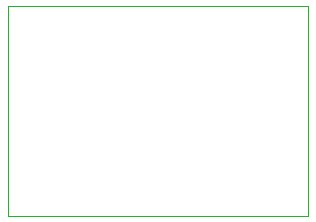
<source format=gko>
G04 #@! TF.FileFunction,Profile,NP*
%FSLAX46Y46*%
G04 Gerber Fmt 4.6, Leading zero omitted, Abs format (unit mm)*
G04 Created by KiCad (PCBNEW (2014-11-17 BZR 5289)-product) date Sun 18 Jan 2015 06:57:41 AM EST*
%MOMM*%
G01*
G04 APERTURE LIST*
%ADD10C,0.100000*%
G04 APERTURE END LIST*
D10*
X161290000Y-115570000D02*
X161290000Y-97790000D01*
X135890000Y-115570000D02*
X161290000Y-115570000D01*
X135890000Y-97790000D02*
X135890000Y-115570000D01*
X161290000Y-97790000D02*
X135890000Y-97790000D01*
M02*

</source>
